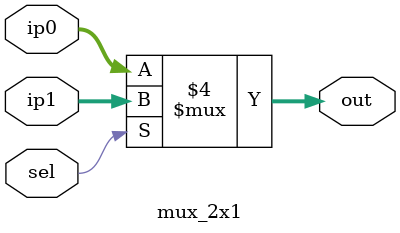
<source format=v>

`timescale 1ns/100ps
module mux_2x1 #(parameter DATA_WIDTH = 32) (ip1, ip0, sel, out);

input [DATA_WIDTH-1:0] ip1;
input [DATA_WIDTH-1:0] ip0;
input sel;
output reg [DATA_WIDTH-1:0] out;

always@(*) begin
  if (sel==1'b1) begin
   out = ip1;
  end 
  else begin 
   out = ip0;
  end
end

endmodule

</source>
